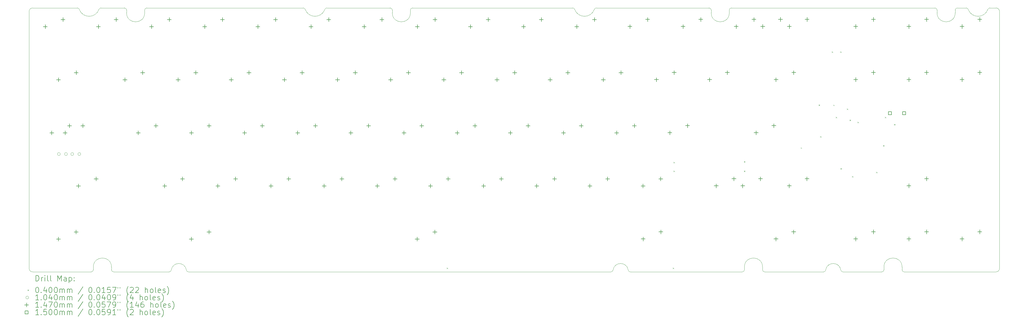
<source format=gbr>
%FSLAX45Y45*%
G04 Gerber Fmt 4.5, Leading zero omitted, Abs format (unit mm)*
G04 Created by KiCad (PCBNEW (5.99.0-12118-g897269f33f)) date 2021-10-27 19:42:26*
%MOMM*%
%LPD*%
G01*
G04 APERTURE LIST*
%TA.AperFunction,Profile*%
%ADD10C,0.100000*%
%TD*%
%ADD11C,0.200000*%
%ADD12C,0.040000*%
%ADD13C,0.104000*%
%ADD14C,0.147000*%
%ADD15C,0.150000*%
G04 APERTURE END LIST*
D10*
X495035Y-5428477D02*
G75*
G02*
X565762Y-5378430I70727J-24953D01*
G01*
X8591434Y-5428477D02*
G75*
G02*
X8662161Y-5378430I70727J-24953D01*
G01*
X24278125Y-14673429D02*
X24278125Y-14773429D01*
X32771300Y-14723429D02*
X32771300Y-5503430D01*
X29353750Y-14848429D02*
X32646300Y-14848429D01*
X18250518Y-5428477D02*
G75*
G02*
X18321246Y-5378430I70727J-24953D01*
G01*
X3702604Y-14848429D02*
G75*
G02*
X3628312Y-14783707I0J75000D01*
G01*
X1016875Y-14848429D02*
X3009445Y-14848429D01*
X27158937Y-14848477D02*
X28553750Y-14848429D01*
X291875Y-14773429D02*
G75*
G02*
X216875Y-14848429I-75000J0D01*
G01*
X-283010Y-5378430D02*
G75*
G02*
X-212282Y-5428477I0J-75000D01*
G01*
X26540067Y-14783756D02*
G75*
G02*
X27084642Y-14783756I272287J-37672D01*
G01*
X6274756Y-14848428D02*
X18295303Y-14848429D01*
X495034Y-5428477D02*
G75*
G02*
X-212282Y-5428477I-353658J124770D01*
G01*
X32355301Y-5428477D02*
G75*
G02*
X31647984Y-5428477I-353659J124770D01*
G01*
X-2010000Y-5503430D02*
X-2010000Y-14723429D01*
X941875Y-14673429D02*
X941875Y-14773429D01*
X29278750Y-14673429D02*
X29278750Y-14773429D01*
X7813389Y-5378430D02*
X2207500Y-5378430D01*
X1407500Y-5378430D02*
G75*
G02*
X1482500Y-5453430I0J-75000D01*
G01*
X1482500Y-5553430D02*
X1482500Y-5453430D01*
X-283010Y-5378430D02*
X-1885000Y-5378430D01*
X291875Y-14773429D02*
X291875Y-14673429D01*
X31183750Y-5453430D02*
X31183750Y-5553430D01*
X11657500Y-5553430D02*
G75*
G02*
X11007500Y-5553430I-325000J0D01*
G01*
X23628125Y-14773429D02*
X23628125Y-14673429D01*
X291875Y-14673429D02*
G75*
G02*
X941875Y-14673429I325000J0D01*
G01*
X23628125Y-14673429D02*
G75*
G02*
X24278125Y-14673429I325000J0D01*
G01*
X26540067Y-14783757D02*
G75*
G02*
X26465773Y-14848478I-74292J10279D01*
G01*
X-1885000Y-14848429D02*
G75*
G02*
X-2010000Y-14723429I0J125000D01*
G01*
X-2010000Y-5503430D02*
G75*
G02*
X-1885000Y-5378430I125000J0D01*
G01*
X31577257Y-5378430D02*
X31258750Y-5378430D01*
X19537883Y-14848301D02*
G75*
G02*
X19463592Y-14783579I2J75000D01*
G01*
X17472474Y-5378430D02*
G75*
G02*
X17543201Y-5428477I0J-75000D01*
G01*
X1016875Y-14848429D02*
G75*
G02*
X941875Y-14773429I0J75000D01*
G01*
X28628750Y-14773429D02*
X28628750Y-14673429D01*
X24353123Y-14848429D02*
X26465773Y-14848478D01*
X2132500Y-5453430D02*
X2132500Y-5553430D01*
X30458750Y-5378430D02*
X23162500Y-5378430D01*
X2132500Y-5453430D02*
G75*
G02*
X2207500Y-5378430I75000J0D01*
G01*
X24353123Y-14848429D02*
G75*
G02*
X24278125Y-14773429I2J75000D01*
G01*
X27158937Y-14848477D02*
G75*
G02*
X27084642Y-14783756I-3J75000D01*
G01*
X22362500Y-5378430D02*
G75*
G02*
X22437500Y-5453430I0J-75000D01*
G01*
X7813389Y-5378430D02*
G75*
G02*
X7884116Y-5428477I0J-75000D01*
G01*
X18919016Y-14783589D02*
G75*
G02*
X18844739Y-14848314I-74293J10275D01*
G01*
X30458750Y-5378430D02*
G75*
G02*
X30533750Y-5453430I0J-75000D01*
G01*
X17472474Y-5378430D02*
X11732500Y-5378430D01*
X30533750Y-5553430D02*
X30533750Y-5453430D01*
X23087500Y-5453430D02*
X23087500Y-5553430D01*
X32355302Y-5428477D02*
G75*
G02*
X32426029Y-5378430I70727J-24953D01*
G01*
X29353750Y-14848429D02*
G75*
G02*
X29278750Y-14773429I0J75000D01*
G01*
X31183750Y-5553430D02*
G75*
G02*
X30533750Y-5553430I-325000J0D01*
G01*
X-1885000Y-14848429D02*
X216875Y-14848429D01*
X3083737Y-14783707D02*
G75*
G02*
X3009445Y-14848429I-74292J10278D01*
G01*
X23087500Y-5553430D02*
G75*
G02*
X22437500Y-5553430I-325000J0D01*
G01*
X23087500Y-5453430D02*
G75*
G02*
X23162500Y-5378430I75000J0D01*
G01*
X22437500Y-5553430D02*
X22437500Y-5453430D01*
X8591433Y-5428477D02*
G75*
G02*
X7884116Y-5428477I-353658J124770D01*
G01*
X1407500Y-5378430D02*
X565762Y-5378430D01*
X10932500Y-5378430D02*
X8662161Y-5378430D01*
X11657500Y-5453430D02*
G75*
G02*
X11732500Y-5378430I75000J0D01*
G01*
X32646300Y-5378430D02*
G75*
G02*
X32771300Y-5503430I0J-125000D01*
G01*
X2132500Y-5553430D02*
G75*
G02*
X1482500Y-5553430I-325000J0D01*
G01*
X23628125Y-14773429D02*
G75*
G02*
X23553125Y-14848429I-75000J0D01*
G01*
X3083737Y-14783707D02*
G75*
G02*
X3628312Y-14783707I272288J-37670D01*
G01*
X18295303Y-14848429D02*
X18844739Y-14848314D01*
X28628750Y-14673429D02*
G75*
G02*
X29278750Y-14673429I325000J0D01*
G01*
X28628750Y-14773429D02*
G75*
G02*
X28553750Y-14848429I-75000J0D01*
G01*
X32646300Y-5378430D02*
X32426029Y-5378430D01*
X18919016Y-14783589D02*
G75*
G02*
X19463592Y-14783579I272289J-37658D01*
G01*
X32771300Y-14723429D02*
G75*
G02*
X32646300Y-14848429I-125000J0D01*
G01*
X31183750Y-5453430D02*
G75*
G02*
X31258750Y-5378430I75000J0D01*
G01*
X18250518Y-5428477D02*
G75*
G02*
X17543201Y-5428477I-353659J124770D01*
G01*
X10932500Y-5378430D02*
G75*
G02*
X11007500Y-5453430I0J-75000D01*
G01*
X19537883Y-14848301D02*
X23553125Y-14848429D01*
X3702604Y-14848429D02*
X6274756Y-14848428D01*
X22362500Y-5378430D02*
X18321246Y-5378430D01*
X31577257Y-5378430D02*
G75*
G02*
X31647984Y-5428477I0J-75000D01*
G01*
X11007500Y-5553430D02*
X11007500Y-5453430D01*
X11657500Y-5453430D02*
X11657500Y-5553430D01*
D11*
D12*
X12959400Y-14699300D02*
X12999400Y-14739300D01*
X12999400Y-14699300D02*
X12959400Y-14739300D01*
X21062000Y-14699300D02*
X21102000Y-14739300D01*
X21102000Y-14699300D02*
X21062000Y-14739300D01*
X21087400Y-10902000D02*
X21127400Y-10942000D01*
X21127400Y-10902000D02*
X21087400Y-10942000D01*
X21087400Y-11219500D02*
X21127400Y-11259500D01*
X21127400Y-11219500D02*
X21087400Y-11259500D01*
X23614700Y-10876600D02*
X23654700Y-10916600D01*
X23654700Y-10876600D02*
X23614700Y-10916600D01*
X23614700Y-11219500D02*
X23654700Y-11259500D01*
X23654700Y-11219500D02*
X23614700Y-11259500D01*
X25645998Y-10382002D02*
X25685998Y-10422002D01*
X25685998Y-10382002D02*
X25645998Y-10422002D01*
X26290098Y-8847500D02*
X26330098Y-8887500D01*
X26330098Y-8847500D02*
X26290098Y-8887500D01*
X26342500Y-9980000D02*
X26382500Y-10020000D01*
X26382500Y-9980000D02*
X26342500Y-10020000D01*
X26761042Y-6942500D02*
X26801042Y-6982500D01*
X26801042Y-6942500D02*
X26761042Y-6982500D01*
X26813261Y-8850000D02*
X26853261Y-8890000D01*
X26853261Y-8850000D02*
X26813261Y-8890000D01*
X26902500Y-9287500D02*
X26942500Y-9327500D01*
X26942500Y-9287500D02*
X26902500Y-9327500D01*
X27062046Y-6942500D02*
X27102046Y-6982500D01*
X27102046Y-6942500D02*
X27062046Y-6982500D01*
X27072350Y-11127350D02*
X27112350Y-11167350D01*
X27112350Y-11127350D02*
X27072350Y-11167350D01*
X27300000Y-8990000D02*
X27340000Y-9030000D01*
X27340000Y-8990000D02*
X27300000Y-9030000D01*
X27399300Y-9390700D02*
X27439300Y-9430700D01*
X27439300Y-9390700D02*
X27399300Y-9430700D01*
X27490000Y-11410000D02*
X27530000Y-11450000D01*
X27530000Y-11410000D02*
X27490000Y-11450000D01*
X27682888Y-9465389D02*
X27722888Y-9505389D01*
X27722888Y-9465389D02*
X27682888Y-9505389D01*
X28351800Y-11257600D02*
X28391800Y-11297600D01*
X28391800Y-11257600D02*
X28351800Y-11297600D01*
X28600000Y-10300000D02*
X28640000Y-10340000D01*
X28640000Y-10300000D02*
X28600000Y-10340000D01*
X28665000Y-9285000D02*
X28705000Y-9325000D01*
X28705000Y-9285000D02*
X28665000Y-9325000D01*
X28992500Y-9545000D02*
X29032500Y-9585000D01*
X29032500Y-9545000D02*
X28992500Y-9585000D01*
D13*
X-890000Y-10620500D02*
G75*
G03*
X-890000Y-10620500I-52000J0D01*
G01*
X-636000Y-10620500D02*
G75*
G03*
X-636000Y-10620500I-52000J0D01*
G01*
X-412500Y-10620500D02*
G75*
G03*
X-412500Y-10620500I-52000J0D01*
G01*
X-158500Y-10620500D02*
G75*
G03*
X-158500Y-10620500I-52000J0D01*
G01*
D14*
X-1431000Y-5975000D02*
X-1431000Y-6122000D01*
X-1504500Y-6048500D02*
X-1357500Y-6048500D01*
X-1196000Y-9785000D02*
X-1196000Y-9932000D01*
X-1269500Y-9858500D02*
X-1122500Y-9858500D01*
X-958500Y-13595000D02*
X-958500Y-13742000D01*
X-1032000Y-13668500D02*
X-885000Y-13668500D01*
X-956000Y-7880000D02*
X-956000Y-8027000D01*
X-1029500Y-7953500D02*
X-882500Y-7953500D01*
X-796000Y-5721000D02*
X-796000Y-5868000D01*
X-869500Y-5794500D02*
X-722500Y-5794500D01*
X-718500Y-9785000D02*
X-718500Y-9932000D01*
X-792000Y-9858500D02*
X-645000Y-9858500D01*
X-561000Y-9531000D02*
X-561000Y-9678000D01*
X-634500Y-9604500D02*
X-487500Y-9604500D01*
X-323500Y-13341000D02*
X-323500Y-13488000D01*
X-397000Y-13414500D02*
X-250000Y-13414500D01*
X-321000Y-7626000D02*
X-321000Y-7773000D01*
X-394500Y-7699500D02*
X-247500Y-7699500D01*
X-243500Y-11690000D02*
X-243500Y-11837000D01*
X-317000Y-11763500D02*
X-170000Y-11763500D01*
X-83500Y-9531000D02*
X-83500Y-9678000D01*
X-157000Y-9604500D02*
X-10000Y-9604500D01*
X391500Y-11436000D02*
X391500Y-11583000D01*
X318000Y-11509500D02*
X465000Y-11509500D01*
X474000Y-5975000D02*
X474000Y-6122000D01*
X400500Y-6048500D02*
X547500Y-6048500D01*
X1109000Y-5721000D02*
X1109000Y-5868000D01*
X1035500Y-5794500D02*
X1182500Y-5794500D01*
X1426500Y-7880000D02*
X1426500Y-8027000D01*
X1353000Y-7953500D02*
X1500000Y-7953500D01*
X1901500Y-9785000D02*
X1901500Y-9932000D01*
X1828000Y-9858500D02*
X1975000Y-9858500D01*
X2061500Y-7626000D02*
X2061500Y-7773000D01*
X1988000Y-7699500D02*
X2135000Y-7699500D01*
X2379000Y-5975000D02*
X2379000Y-6122000D01*
X2305500Y-6048500D02*
X2452500Y-6048500D01*
X2536500Y-9531000D02*
X2536500Y-9678000D01*
X2463000Y-9604500D02*
X2610000Y-9604500D01*
X2851500Y-11690000D02*
X2851500Y-11837000D01*
X2778000Y-11763500D02*
X2925000Y-11763500D01*
X3014000Y-5721000D02*
X3014000Y-5868000D01*
X2940500Y-5794500D02*
X3087500Y-5794500D01*
X3331500Y-7880000D02*
X3331500Y-8027000D01*
X3258000Y-7953500D02*
X3405000Y-7953500D01*
X3486500Y-11436000D02*
X3486500Y-11583000D01*
X3413000Y-11509500D02*
X3560000Y-11509500D01*
X3804000Y-13595000D02*
X3804000Y-13742000D01*
X3730500Y-13668500D02*
X3877500Y-13668500D01*
X3806500Y-9785000D02*
X3806500Y-9932000D01*
X3733000Y-9858500D02*
X3880000Y-9858500D01*
X3966500Y-7626000D02*
X3966500Y-7773000D01*
X3893000Y-7699500D02*
X4040000Y-7699500D01*
X4284000Y-5975000D02*
X4284000Y-6122000D01*
X4210500Y-6048500D02*
X4357500Y-6048500D01*
X4439000Y-13341000D02*
X4439000Y-13488000D01*
X4365500Y-13414500D02*
X4512500Y-13414500D01*
X4441500Y-9531000D02*
X4441500Y-9678000D01*
X4368000Y-9604500D02*
X4515000Y-9604500D01*
X4756500Y-11690000D02*
X4756500Y-11837000D01*
X4683000Y-11763500D02*
X4830000Y-11763500D01*
X4919000Y-5721000D02*
X4919000Y-5868000D01*
X4845500Y-5794500D02*
X4992500Y-5794500D01*
X5236500Y-7880000D02*
X5236500Y-8027000D01*
X5163000Y-7953500D02*
X5310000Y-7953500D01*
X5391500Y-11436000D02*
X5391500Y-11583000D01*
X5318000Y-11509500D02*
X5465000Y-11509500D01*
X5711500Y-9785000D02*
X5711500Y-9932000D01*
X5638000Y-9858500D02*
X5785000Y-9858500D01*
X5871500Y-7626000D02*
X5871500Y-7773000D01*
X5798000Y-7699500D02*
X5945000Y-7699500D01*
X6189000Y-5975000D02*
X6189000Y-6122000D01*
X6115500Y-6048500D02*
X6262500Y-6048500D01*
X6346500Y-9531000D02*
X6346500Y-9678000D01*
X6273000Y-9604500D02*
X6420000Y-9604500D01*
X6661500Y-11690000D02*
X6661500Y-11837000D01*
X6588000Y-11763500D02*
X6735000Y-11763500D01*
X6824000Y-5721000D02*
X6824000Y-5868000D01*
X6750500Y-5794500D02*
X6897500Y-5794500D01*
X7141500Y-7880000D02*
X7141500Y-8027000D01*
X7068000Y-7953500D02*
X7215000Y-7953500D01*
X7296500Y-11436000D02*
X7296500Y-11583000D01*
X7223000Y-11509500D02*
X7370000Y-11509500D01*
X7616500Y-9785000D02*
X7616500Y-9932000D01*
X7543000Y-9858500D02*
X7690000Y-9858500D01*
X7776500Y-7626000D02*
X7776500Y-7773000D01*
X7703000Y-7699500D02*
X7850000Y-7699500D01*
X8094000Y-5975000D02*
X8094000Y-6122000D01*
X8020500Y-6048500D02*
X8167500Y-6048500D01*
X8251500Y-9531000D02*
X8251500Y-9678000D01*
X8178000Y-9604500D02*
X8325000Y-9604500D01*
X8566500Y-11690000D02*
X8566500Y-11837000D01*
X8493000Y-11763500D02*
X8640000Y-11763500D01*
X8729000Y-5721000D02*
X8729000Y-5868000D01*
X8655500Y-5794500D02*
X8802500Y-5794500D01*
X9046500Y-7880000D02*
X9046500Y-8027000D01*
X8973000Y-7953500D02*
X9120000Y-7953500D01*
X9201500Y-11436000D02*
X9201500Y-11583000D01*
X9128000Y-11509500D02*
X9275000Y-11509500D01*
X9521500Y-9785000D02*
X9521500Y-9932000D01*
X9448000Y-9858500D02*
X9595000Y-9858500D01*
X9681500Y-7626000D02*
X9681500Y-7773000D01*
X9608000Y-7699500D02*
X9755000Y-7699500D01*
X9999000Y-5975000D02*
X9999000Y-6122000D01*
X9925500Y-6048500D02*
X10072500Y-6048500D01*
X10156500Y-9531000D02*
X10156500Y-9678000D01*
X10083000Y-9604500D02*
X10230000Y-9604500D01*
X10471500Y-11690000D02*
X10471500Y-11837000D01*
X10398000Y-11763500D02*
X10545000Y-11763500D01*
X10634000Y-5721000D02*
X10634000Y-5868000D01*
X10560500Y-5794500D02*
X10707500Y-5794500D01*
X10951500Y-7880000D02*
X10951500Y-8027000D01*
X10878000Y-7953500D02*
X11025000Y-7953500D01*
X11106500Y-11436000D02*
X11106500Y-11583000D01*
X11033000Y-11509500D02*
X11180000Y-11509500D01*
X11426500Y-9785000D02*
X11426500Y-9932000D01*
X11353000Y-9858500D02*
X11500000Y-9858500D01*
X11586500Y-7626000D02*
X11586500Y-7773000D01*
X11513000Y-7699500D02*
X11660000Y-7699500D01*
X11900250Y-13595000D02*
X11900250Y-13742000D01*
X11826750Y-13668500D02*
X11973750Y-13668500D01*
X11904000Y-5975000D02*
X11904000Y-6122000D01*
X11830500Y-6048500D02*
X11977500Y-6048500D01*
X12061500Y-9531000D02*
X12061500Y-9678000D01*
X11988000Y-9604500D02*
X12135000Y-9604500D01*
X12376500Y-11690000D02*
X12376500Y-11837000D01*
X12303000Y-11763500D02*
X12450000Y-11763500D01*
X12535250Y-13341000D02*
X12535250Y-13488000D01*
X12461750Y-13414500D02*
X12608750Y-13414500D01*
X12539000Y-5721000D02*
X12539000Y-5868000D01*
X12465500Y-5794500D02*
X12612500Y-5794500D01*
X12856500Y-7880000D02*
X12856500Y-8027000D01*
X12783000Y-7953500D02*
X12930000Y-7953500D01*
X13011500Y-11436000D02*
X13011500Y-11583000D01*
X12938000Y-11509500D02*
X13085000Y-11509500D01*
X13334000Y-9785000D02*
X13334000Y-9932000D01*
X13260500Y-9858500D02*
X13407500Y-9858500D01*
X13491500Y-7626000D02*
X13491500Y-7773000D01*
X13418000Y-7699500D02*
X13565000Y-7699500D01*
X13809000Y-5975000D02*
X13809000Y-6122000D01*
X13735500Y-6048500D02*
X13882500Y-6048500D01*
X13969000Y-9531000D02*
X13969000Y-9678000D01*
X13895500Y-9604500D02*
X14042500Y-9604500D01*
X14281500Y-11690000D02*
X14281500Y-11837000D01*
X14208000Y-11763500D02*
X14355000Y-11763500D01*
X14444000Y-5721000D02*
X14444000Y-5868000D01*
X14370500Y-5794500D02*
X14517500Y-5794500D01*
X14761500Y-7880000D02*
X14761500Y-8027000D01*
X14688000Y-7953500D02*
X14835000Y-7953500D01*
X14916500Y-11436000D02*
X14916500Y-11583000D01*
X14843000Y-11509500D02*
X14990000Y-11509500D01*
X15239000Y-9785000D02*
X15239000Y-9932000D01*
X15165500Y-9858500D02*
X15312500Y-9858500D01*
X15396500Y-7626000D02*
X15396500Y-7773000D01*
X15323000Y-7699500D02*
X15470000Y-7699500D01*
X15714000Y-5975000D02*
X15714000Y-6122000D01*
X15640500Y-6048500D02*
X15787500Y-6048500D01*
X15874000Y-9531000D02*
X15874000Y-9678000D01*
X15800500Y-9604500D02*
X15947500Y-9604500D01*
X16186500Y-11690000D02*
X16186500Y-11837000D01*
X16113000Y-11763500D02*
X16260000Y-11763500D01*
X16349000Y-5721000D02*
X16349000Y-5868000D01*
X16275500Y-5794500D02*
X16422500Y-5794500D01*
X16666500Y-7880000D02*
X16666500Y-8027000D01*
X16593000Y-7953500D02*
X16740000Y-7953500D01*
X16821500Y-11436000D02*
X16821500Y-11583000D01*
X16748000Y-11509500D02*
X16895000Y-11509500D01*
X17144000Y-9785000D02*
X17144000Y-9932000D01*
X17070500Y-9858500D02*
X17217500Y-9858500D01*
X17301500Y-7626000D02*
X17301500Y-7773000D01*
X17228000Y-7699500D02*
X17375000Y-7699500D01*
X17619000Y-5975000D02*
X17619000Y-6122000D01*
X17545500Y-6048500D02*
X17692500Y-6048500D01*
X17779000Y-9531000D02*
X17779000Y-9678000D01*
X17705500Y-9604500D02*
X17852500Y-9604500D01*
X18091500Y-11690000D02*
X18091500Y-11837000D01*
X18018000Y-11763500D02*
X18165000Y-11763500D01*
X18254000Y-5721000D02*
X18254000Y-5868000D01*
X18180500Y-5794500D02*
X18327500Y-5794500D01*
X18571500Y-7880000D02*
X18571500Y-8027000D01*
X18498000Y-7953500D02*
X18645000Y-7953500D01*
X18726500Y-11436000D02*
X18726500Y-11583000D01*
X18653000Y-11509500D02*
X18800000Y-11509500D01*
X19049000Y-9785000D02*
X19049000Y-9932000D01*
X18975500Y-9858500D02*
X19122500Y-9858500D01*
X19206500Y-7626000D02*
X19206500Y-7773000D01*
X19133000Y-7699500D02*
X19280000Y-7699500D01*
X19524000Y-5972500D02*
X19524000Y-6119500D01*
X19450500Y-6046000D02*
X19597500Y-6046000D01*
X19684000Y-9531000D02*
X19684000Y-9678000D01*
X19610500Y-9604500D02*
X19757500Y-9604500D01*
X19996500Y-11690000D02*
X19996500Y-11837000D01*
X19923000Y-11763500D02*
X20070000Y-11763500D01*
X19997713Y-13592500D02*
X19997713Y-13739500D01*
X19924213Y-13666000D02*
X20071213Y-13666000D01*
X20159000Y-5718500D02*
X20159000Y-5865500D01*
X20085500Y-5792000D02*
X20232500Y-5792000D01*
X20476500Y-7877500D02*
X20476500Y-8024500D01*
X20403000Y-7951000D02*
X20550000Y-7951000D01*
X20631500Y-11436000D02*
X20631500Y-11583000D01*
X20558000Y-11509500D02*
X20705000Y-11509500D01*
X20632713Y-13338500D02*
X20632713Y-13485500D01*
X20559213Y-13412000D02*
X20706213Y-13412000D01*
X20954000Y-9782500D02*
X20954000Y-9929500D01*
X20880500Y-9856000D02*
X21027500Y-9856000D01*
X21111500Y-7623500D02*
X21111500Y-7770500D01*
X21038000Y-7697000D02*
X21185000Y-7697000D01*
X21429000Y-5972500D02*
X21429000Y-6119500D01*
X21355500Y-6046000D02*
X21502500Y-6046000D01*
X21589000Y-9528500D02*
X21589000Y-9675500D01*
X21515500Y-9602000D02*
X21662500Y-9602000D01*
X22064000Y-5718500D02*
X22064000Y-5865500D01*
X21990500Y-5792000D02*
X22137500Y-5792000D01*
X22381500Y-7877500D02*
X22381500Y-8024500D01*
X22308000Y-7951000D02*
X22455000Y-7951000D01*
X22616500Y-11687500D02*
X22616500Y-11834500D01*
X22543000Y-11761000D02*
X22690000Y-11761000D01*
X23016500Y-7623500D02*
X23016500Y-7770500D01*
X22943000Y-7697000D02*
X23090000Y-7697000D01*
X23251500Y-11433500D02*
X23251500Y-11580500D01*
X23178000Y-11507000D02*
X23325000Y-11507000D01*
X23334000Y-5972500D02*
X23334000Y-6119500D01*
X23260500Y-6046000D02*
X23407500Y-6046000D01*
X23569000Y-11687500D02*
X23569000Y-11834500D01*
X23495500Y-11761000D02*
X23642500Y-11761000D01*
X23969000Y-5718500D02*
X23969000Y-5865500D01*
X23895500Y-5792000D02*
X24042500Y-5792000D01*
X24049000Y-9782500D02*
X24049000Y-9929500D01*
X23975500Y-9856000D02*
X24122500Y-9856000D01*
X24204000Y-11433500D02*
X24204000Y-11580500D01*
X24130500Y-11507000D02*
X24277500Y-11507000D01*
X24286500Y-5970000D02*
X24286500Y-6117000D01*
X24213000Y-6043500D02*
X24360000Y-6043500D01*
X24684000Y-9528500D02*
X24684000Y-9675500D01*
X24610500Y-9602000D02*
X24757500Y-9602000D01*
X24760212Y-13592500D02*
X24760212Y-13739500D01*
X24686712Y-13666000D02*
X24833712Y-13666000D01*
X24761500Y-7877500D02*
X24761500Y-8024500D01*
X24688000Y-7951000D02*
X24835000Y-7951000D01*
X24921500Y-5716000D02*
X24921500Y-5863000D01*
X24848000Y-5789500D02*
X24995000Y-5789500D01*
X25236500Y-11687500D02*
X25236500Y-11834500D01*
X25163000Y-11761000D02*
X25310000Y-11761000D01*
X25239000Y-5970000D02*
X25239000Y-6117000D01*
X25165500Y-6043500D02*
X25312500Y-6043500D01*
X25395212Y-13338500D02*
X25395212Y-13485500D01*
X25321712Y-13412000D02*
X25468712Y-13412000D01*
X25396500Y-7623500D02*
X25396500Y-7770500D01*
X25323000Y-7697000D02*
X25470000Y-7697000D01*
X25871500Y-11433500D02*
X25871500Y-11580500D01*
X25798000Y-11507000D02*
X25945000Y-11507000D01*
X25874000Y-5716000D02*
X25874000Y-5863000D01*
X25800500Y-5789500D02*
X25947500Y-5789500D01*
X27619000Y-5970000D02*
X27619000Y-6117000D01*
X27545500Y-6043500D02*
X27692500Y-6043500D01*
X27619000Y-7875000D02*
X27619000Y-8022000D01*
X27545500Y-7948500D02*
X27692500Y-7948500D01*
X27619000Y-13590000D02*
X27619000Y-13737000D01*
X27545500Y-13663500D02*
X27692500Y-13663500D01*
X28254000Y-5716000D02*
X28254000Y-5863000D01*
X28180500Y-5789500D02*
X28327500Y-5789500D01*
X28254000Y-7621000D02*
X28254000Y-7768000D01*
X28180500Y-7694500D02*
X28327500Y-7694500D01*
X28254000Y-13336000D02*
X28254000Y-13483000D01*
X28180500Y-13409500D02*
X28327500Y-13409500D01*
X29524000Y-5970000D02*
X29524000Y-6117000D01*
X29450500Y-6043500D02*
X29597500Y-6043500D01*
X29524000Y-7875000D02*
X29524000Y-8022000D01*
X29450500Y-7948500D02*
X29597500Y-7948500D01*
X29524000Y-11685000D02*
X29524000Y-11832000D01*
X29450500Y-11758500D02*
X29597500Y-11758500D01*
X29524000Y-13590000D02*
X29524000Y-13737000D01*
X29450500Y-13663500D02*
X29597500Y-13663500D01*
X30159000Y-5716000D02*
X30159000Y-5863000D01*
X30085500Y-5789500D02*
X30232500Y-5789500D01*
X30159000Y-7621000D02*
X30159000Y-7768000D01*
X30085500Y-7694500D02*
X30232500Y-7694500D01*
X30159000Y-11431000D02*
X30159000Y-11578000D01*
X30085500Y-11504500D02*
X30232500Y-11504500D01*
X30159000Y-13336000D02*
X30159000Y-13483000D01*
X30085500Y-13409500D02*
X30232500Y-13409500D01*
X31429000Y-5970000D02*
X31429000Y-6117000D01*
X31355500Y-6043500D02*
X31502500Y-6043500D01*
X31429000Y-7875000D02*
X31429000Y-8022000D01*
X31355500Y-7948500D02*
X31502500Y-7948500D01*
X31429000Y-13590000D02*
X31429000Y-13737000D01*
X31355500Y-13663500D02*
X31502500Y-13663500D01*
X32064000Y-5716000D02*
X32064000Y-5863000D01*
X31990500Y-5789500D02*
X32137500Y-5789500D01*
X32064000Y-7621000D02*
X32064000Y-7768000D01*
X31990500Y-7694500D02*
X32137500Y-7694500D01*
X32064000Y-13336000D02*
X32064000Y-13483000D01*
X31990500Y-13409500D02*
X32137500Y-13409500D01*
D15*
X28899033Y-9205534D02*
X28899033Y-9099467D01*
X28792966Y-9099467D01*
X28792966Y-9205534D01*
X28899033Y-9205534D01*
X29407033Y-9205534D02*
X29407033Y-9099467D01*
X29300966Y-9099467D01*
X29300966Y-9205534D01*
X29407033Y-9205534D01*
D11*
X-1767381Y-15173954D02*
X-1767381Y-14973954D01*
X-1719762Y-14973954D01*
X-1691190Y-14983478D01*
X-1672143Y-15002526D01*
X-1662619Y-15021573D01*
X-1653095Y-15059668D01*
X-1653095Y-15088240D01*
X-1662619Y-15126335D01*
X-1672143Y-15145383D01*
X-1691190Y-15164430D01*
X-1719762Y-15173954D01*
X-1767381Y-15173954D01*
X-1567381Y-15173954D02*
X-1567381Y-15040621D01*
X-1567381Y-15078716D02*
X-1557857Y-15059668D01*
X-1548333Y-15050145D01*
X-1529286Y-15040621D01*
X-1510238Y-15040621D01*
X-1443571Y-15173954D02*
X-1443571Y-15040621D01*
X-1443571Y-14973954D02*
X-1453095Y-14983478D01*
X-1443571Y-14993002D01*
X-1434048Y-14983478D01*
X-1443571Y-14973954D01*
X-1443571Y-14993002D01*
X-1319762Y-15173954D02*
X-1338810Y-15164430D01*
X-1348333Y-15145383D01*
X-1348333Y-14973954D01*
X-1215000Y-15173954D02*
X-1234048Y-15164430D01*
X-1243571Y-15145383D01*
X-1243571Y-14973954D01*
X-986428Y-15173954D02*
X-986428Y-14973954D01*
X-919762Y-15116811D01*
X-853095Y-14973954D01*
X-853095Y-15173954D01*
X-672143Y-15173954D02*
X-672143Y-15069192D01*
X-681667Y-15050145D01*
X-700714Y-15040621D01*
X-738809Y-15040621D01*
X-757857Y-15050145D01*
X-672143Y-15164430D02*
X-691190Y-15173954D01*
X-738809Y-15173954D01*
X-757857Y-15164430D01*
X-767381Y-15145383D01*
X-767381Y-15126335D01*
X-757857Y-15107288D01*
X-738809Y-15097764D01*
X-691190Y-15097764D01*
X-672143Y-15088240D01*
X-576905Y-15040621D02*
X-576905Y-15240621D01*
X-576905Y-15050145D02*
X-557857Y-15040621D01*
X-519762Y-15040621D01*
X-500714Y-15050145D01*
X-491190Y-15059668D01*
X-481667Y-15078716D01*
X-481667Y-15135859D01*
X-491190Y-15154907D01*
X-500714Y-15164430D01*
X-519762Y-15173954D01*
X-557857Y-15173954D01*
X-576905Y-15164430D01*
X-395952Y-15154907D02*
X-386428Y-15164430D01*
X-395952Y-15173954D01*
X-405476Y-15164430D01*
X-395952Y-15154907D01*
X-395952Y-15173954D01*
X-395952Y-15050145D02*
X-386428Y-15059668D01*
X-395952Y-15069192D01*
X-405476Y-15059668D01*
X-395952Y-15050145D01*
X-395952Y-15069192D01*
D12*
X-2065000Y-15483478D02*
X-2025000Y-15523478D01*
X-2025000Y-15483478D02*
X-2065000Y-15523478D01*
D11*
X-1729286Y-15393954D02*
X-1710238Y-15393954D01*
X-1691190Y-15403478D01*
X-1681667Y-15413002D01*
X-1672143Y-15432049D01*
X-1662619Y-15470145D01*
X-1662619Y-15517764D01*
X-1672143Y-15555859D01*
X-1681667Y-15574907D01*
X-1691190Y-15584430D01*
X-1710238Y-15593954D01*
X-1729286Y-15593954D01*
X-1748333Y-15584430D01*
X-1757857Y-15574907D01*
X-1767381Y-15555859D01*
X-1776905Y-15517764D01*
X-1776905Y-15470145D01*
X-1767381Y-15432049D01*
X-1757857Y-15413002D01*
X-1748333Y-15403478D01*
X-1729286Y-15393954D01*
X-1576905Y-15574907D02*
X-1567381Y-15584430D01*
X-1576905Y-15593954D01*
X-1586428Y-15584430D01*
X-1576905Y-15574907D01*
X-1576905Y-15593954D01*
X-1395952Y-15460621D02*
X-1395952Y-15593954D01*
X-1443571Y-15384430D02*
X-1491190Y-15527288D01*
X-1367381Y-15527288D01*
X-1253095Y-15393954D02*
X-1234048Y-15393954D01*
X-1215000Y-15403478D01*
X-1205476Y-15413002D01*
X-1195952Y-15432049D01*
X-1186429Y-15470145D01*
X-1186429Y-15517764D01*
X-1195952Y-15555859D01*
X-1205476Y-15574907D01*
X-1215000Y-15584430D01*
X-1234048Y-15593954D01*
X-1253095Y-15593954D01*
X-1272143Y-15584430D01*
X-1281667Y-15574907D01*
X-1291190Y-15555859D01*
X-1300714Y-15517764D01*
X-1300714Y-15470145D01*
X-1291190Y-15432049D01*
X-1281667Y-15413002D01*
X-1272143Y-15403478D01*
X-1253095Y-15393954D01*
X-1062619Y-15393954D02*
X-1043571Y-15393954D01*
X-1024524Y-15403478D01*
X-1015000Y-15413002D01*
X-1005476Y-15432049D01*
X-995952Y-15470145D01*
X-995952Y-15517764D01*
X-1005476Y-15555859D01*
X-1015000Y-15574907D01*
X-1024524Y-15584430D01*
X-1043571Y-15593954D01*
X-1062619Y-15593954D01*
X-1081667Y-15584430D01*
X-1091190Y-15574907D01*
X-1100714Y-15555859D01*
X-1110238Y-15517764D01*
X-1110238Y-15470145D01*
X-1100714Y-15432049D01*
X-1091190Y-15413002D01*
X-1081667Y-15403478D01*
X-1062619Y-15393954D01*
X-910238Y-15593954D02*
X-910238Y-15460621D01*
X-910238Y-15479668D02*
X-900714Y-15470145D01*
X-881667Y-15460621D01*
X-853095Y-15460621D01*
X-834048Y-15470145D01*
X-824524Y-15489192D01*
X-824524Y-15593954D01*
X-824524Y-15489192D02*
X-815000Y-15470145D01*
X-795952Y-15460621D01*
X-767381Y-15460621D01*
X-748333Y-15470145D01*
X-738809Y-15489192D01*
X-738809Y-15593954D01*
X-643571Y-15593954D02*
X-643571Y-15460621D01*
X-643571Y-15479668D02*
X-634048Y-15470145D01*
X-615000Y-15460621D01*
X-586429Y-15460621D01*
X-567381Y-15470145D01*
X-557857Y-15489192D01*
X-557857Y-15593954D01*
X-557857Y-15489192D02*
X-548333Y-15470145D01*
X-529286Y-15460621D01*
X-500714Y-15460621D01*
X-481667Y-15470145D01*
X-472143Y-15489192D01*
X-472143Y-15593954D01*
X-81667Y-15384430D02*
X-253095Y-15641573D01*
X175476Y-15393954D02*
X194524Y-15393954D01*
X213571Y-15403478D01*
X223095Y-15413002D01*
X232619Y-15432049D01*
X242143Y-15470145D01*
X242143Y-15517764D01*
X232619Y-15555859D01*
X223095Y-15574907D01*
X213571Y-15584430D01*
X194524Y-15593954D01*
X175476Y-15593954D01*
X156429Y-15584430D01*
X146905Y-15574907D01*
X137381Y-15555859D01*
X127857Y-15517764D01*
X127857Y-15470145D01*
X137381Y-15432049D01*
X146905Y-15413002D01*
X156429Y-15403478D01*
X175476Y-15393954D01*
X327857Y-15574907D02*
X337381Y-15584430D01*
X327857Y-15593954D01*
X318333Y-15584430D01*
X327857Y-15574907D01*
X327857Y-15593954D01*
X461190Y-15393954D02*
X480238Y-15393954D01*
X499286Y-15403478D01*
X508809Y-15413002D01*
X518333Y-15432049D01*
X527857Y-15470145D01*
X527857Y-15517764D01*
X518333Y-15555859D01*
X508809Y-15574907D01*
X499286Y-15584430D01*
X480238Y-15593954D01*
X461190Y-15593954D01*
X442143Y-15584430D01*
X432619Y-15574907D01*
X423095Y-15555859D01*
X413571Y-15517764D01*
X413571Y-15470145D01*
X423095Y-15432049D01*
X432619Y-15413002D01*
X442143Y-15403478D01*
X461190Y-15393954D01*
X718333Y-15593954D02*
X604048Y-15593954D01*
X661190Y-15593954D02*
X661190Y-15393954D01*
X642143Y-15422526D01*
X623095Y-15441573D01*
X604048Y-15451097D01*
X899286Y-15393954D02*
X804048Y-15393954D01*
X794524Y-15489192D01*
X804048Y-15479668D01*
X823095Y-15470145D01*
X870714Y-15470145D01*
X889762Y-15479668D01*
X899286Y-15489192D01*
X908809Y-15508240D01*
X908809Y-15555859D01*
X899286Y-15574907D01*
X889762Y-15584430D01*
X870714Y-15593954D01*
X823095Y-15593954D01*
X804048Y-15584430D01*
X794524Y-15574907D01*
X975476Y-15393954D02*
X1108810Y-15393954D01*
X1023095Y-15593954D01*
X1175476Y-15393954D02*
X1175476Y-15432049D01*
X1251667Y-15393954D02*
X1251667Y-15432049D01*
X1546905Y-15670145D02*
X1537381Y-15660621D01*
X1518333Y-15632049D01*
X1508809Y-15613002D01*
X1499286Y-15584430D01*
X1489762Y-15536811D01*
X1489762Y-15498716D01*
X1499286Y-15451097D01*
X1508809Y-15422526D01*
X1518333Y-15403478D01*
X1537381Y-15374907D01*
X1546905Y-15365383D01*
X1613571Y-15413002D02*
X1623095Y-15403478D01*
X1642143Y-15393954D01*
X1689762Y-15393954D01*
X1708809Y-15403478D01*
X1718333Y-15413002D01*
X1727857Y-15432049D01*
X1727857Y-15451097D01*
X1718333Y-15479668D01*
X1604048Y-15593954D01*
X1727857Y-15593954D01*
X1804048Y-15413002D02*
X1813571Y-15403478D01*
X1832619Y-15393954D01*
X1880238Y-15393954D01*
X1899286Y-15403478D01*
X1908809Y-15413002D01*
X1918333Y-15432049D01*
X1918333Y-15451097D01*
X1908809Y-15479668D01*
X1794524Y-15593954D01*
X1918333Y-15593954D01*
X2156429Y-15593954D02*
X2156429Y-15393954D01*
X2242143Y-15593954D02*
X2242143Y-15489192D01*
X2232619Y-15470145D01*
X2213571Y-15460621D01*
X2185000Y-15460621D01*
X2165952Y-15470145D01*
X2156429Y-15479668D01*
X2365952Y-15593954D02*
X2346905Y-15584430D01*
X2337381Y-15574907D01*
X2327857Y-15555859D01*
X2327857Y-15498716D01*
X2337381Y-15479668D01*
X2346905Y-15470145D01*
X2365952Y-15460621D01*
X2394524Y-15460621D01*
X2413571Y-15470145D01*
X2423095Y-15479668D01*
X2432619Y-15498716D01*
X2432619Y-15555859D01*
X2423095Y-15574907D01*
X2413571Y-15584430D01*
X2394524Y-15593954D01*
X2365952Y-15593954D01*
X2546905Y-15593954D02*
X2527857Y-15584430D01*
X2518333Y-15565383D01*
X2518333Y-15393954D01*
X2699286Y-15584430D02*
X2680238Y-15593954D01*
X2642143Y-15593954D01*
X2623095Y-15584430D01*
X2613571Y-15565383D01*
X2613571Y-15489192D01*
X2623095Y-15470145D01*
X2642143Y-15460621D01*
X2680238Y-15460621D01*
X2699286Y-15470145D01*
X2708810Y-15489192D01*
X2708810Y-15508240D01*
X2613571Y-15527288D01*
X2785000Y-15584430D02*
X2804048Y-15593954D01*
X2842143Y-15593954D01*
X2861190Y-15584430D01*
X2870714Y-15565383D01*
X2870714Y-15555859D01*
X2861190Y-15536811D01*
X2842143Y-15527288D01*
X2813571Y-15527288D01*
X2794524Y-15517764D01*
X2785000Y-15498716D01*
X2785000Y-15489192D01*
X2794524Y-15470145D01*
X2813571Y-15460621D01*
X2842143Y-15460621D01*
X2861190Y-15470145D01*
X2937381Y-15670145D02*
X2946905Y-15660621D01*
X2965952Y-15632049D01*
X2975476Y-15613002D01*
X2985000Y-15584430D01*
X2994524Y-15536811D01*
X2994524Y-15498716D01*
X2985000Y-15451097D01*
X2975476Y-15422526D01*
X2965952Y-15403478D01*
X2946905Y-15374907D01*
X2937381Y-15365383D01*
D13*
X-2025000Y-15767478D02*
G75*
G03*
X-2025000Y-15767478I-52000J0D01*
G01*
D11*
X-1662619Y-15857954D02*
X-1776905Y-15857954D01*
X-1719762Y-15857954D02*
X-1719762Y-15657954D01*
X-1738809Y-15686526D01*
X-1757857Y-15705573D01*
X-1776905Y-15715097D01*
X-1576905Y-15838907D02*
X-1567381Y-15848430D01*
X-1576905Y-15857954D01*
X-1586428Y-15848430D01*
X-1576905Y-15838907D01*
X-1576905Y-15857954D01*
X-1443571Y-15657954D02*
X-1424524Y-15657954D01*
X-1405476Y-15667478D01*
X-1395952Y-15677002D01*
X-1386429Y-15696049D01*
X-1376905Y-15734145D01*
X-1376905Y-15781764D01*
X-1386429Y-15819859D01*
X-1395952Y-15838907D01*
X-1405476Y-15848430D01*
X-1424524Y-15857954D01*
X-1443571Y-15857954D01*
X-1462619Y-15848430D01*
X-1472143Y-15838907D01*
X-1481667Y-15819859D01*
X-1491190Y-15781764D01*
X-1491190Y-15734145D01*
X-1481667Y-15696049D01*
X-1472143Y-15677002D01*
X-1462619Y-15667478D01*
X-1443571Y-15657954D01*
X-1205476Y-15724621D02*
X-1205476Y-15857954D01*
X-1253095Y-15648430D02*
X-1300714Y-15791288D01*
X-1176905Y-15791288D01*
X-1062619Y-15657954D02*
X-1043571Y-15657954D01*
X-1024524Y-15667478D01*
X-1015000Y-15677002D01*
X-1005476Y-15696049D01*
X-995952Y-15734145D01*
X-995952Y-15781764D01*
X-1005476Y-15819859D01*
X-1015000Y-15838907D01*
X-1024524Y-15848430D01*
X-1043571Y-15857954D01*
X-1062619Y-15857954D01*
X-1081667Y-15848430D01*
X-1091190Y-15838907D01*
X-1100714Y-15819859D01*
X-1110238Y-15781764D01*
X-1110238Y-15734145D01*
X-1100714Y-15696049D01*
X-1091190Y-15677002D01*
X-1081667Y-15667478D01*
X-1062619Y-15657954D01*
X-910238Y-15857954D02*
X-910238Y-15724621D01*
X-910238Y-15743668D02*
X-900714Y-15734145D01*
X-881667Y-15724621D01*
X-853095Y-15724621D01*
X-834048Y-15734145D01*
X-824524Y-15753192D01*
X-824524Y-15857954D01*
X-824524Y-15753192D02*
X-815000Y-15734145D01*
X-795952Y-15724621D01*
X-767381Y-15724621D01*
X-748333Y-15734145D01*
X-738809Y-15753192D01*
X-738809Y-15857954D01*
X-643571Y-15857954D02*
X-643571Y-15724621D01*
X-643571Y-15743668D02*
X-634048Y-15734145D01*
X-615000Y-15724621D01*
X-586429Y-15724621D01*
X-567381Y-15734145D01*
X-557857Y-15753192D01*
X-557857Y-15857954D01*
X-557857Y-15753192D02*
X-548333Y-15734145D01*
X-529286Y-15724621D01*
X-500714Y-15724621D01*
X-481667Y-15734145D01*
X-472143Y-15753192D01*
X-472143Y-15857954D01*
X-81667Y-15648430D02*
X-253095Y-15905573D01*
X175476Y-15657954D02*
X194524Y-15657954D01*
X213571Y-15667478D01*
X223095Y-15677002D01*
X232619Y-15696049D01*
X242143Y-15734145D01*
X242143Y-15781764D01*
X232619Y-15819859D01*
X223095Y-15838907D01*
X213571Y-15848430D01*
X194524Y-15857954D01*
X175476Y-15857954D01*
X156429Y-15848430D01*
X146905Y-15838907D01*
X137381Y-15819859D01*
X127857Y-15781764D01*
X127857Y-15734145D01*
X137381Y-15696049D01*
X146905Y-15677002D01*
X156429Y-15667478D01*
X175476Y-15657954D01*
X327857Y-15838907D02*
X337381Y-15848430D01*
X327857Y-15857954D01*
X318333Y-15848430D01*
X327857Y-15838907D01*
X327857Y-15857954D01*
X461190Y-15657954D02*
X480238Y-15657954D01*
X499286Y-15667478D01*
X508809Y-15677002D01*
X518333Y-15696049D01*
X527857Y-15734145D01*
X527857Y-15781764D01*
X518333Y-15819859D01*
X508809Y-15838907D01*
X499286Y-15848430D01*
X480238Y-15857954D01*
X461190Y-15857954D01*
X442143Y-15848430D01*
X432619Y-15838907D01*
X423095Y-15819859D01*
X413571Y-15781764D01*
X413571Y-15734145D01*
X423095Y-15696049D01*
X432619Y-15677002D01*
X442143Y-15667478D01*
X461190Y-15657954D01*
X699286Y-15724621D02*
X699286Y-15857954D01*
X651667Y-15648430D02*
X604048Y-15791288D01*
X727857Y-15791288D01*
X842143Y-15657954D02*
X861190Y-15657954D01*
X880238Y-15667478D01*
X889762Y-15677002D01*
X899286Y-15696049D01*
X908809Y-15734145D01*
X908809Y-15781764D01*
X899286Y-15819859D01*
X889762Y-15838907D01*
X880238Y-15848430D01*
X861190Y-15857954D01*
X842143Y-15857954D01*
X823095Y-15848430D01*
X813571Y-15838907D01*
X804048Y-15819859D01*
X794524Y-15781764D01*
X794524Y-15734145D01*
X804048Y-15696049D01*
X813571Y-15677002D01*
X823095Y-15667478D01*
X842143Y-15657954D01*
X1004048Y-15857954D02*
X1042143Y-15857954D01*
X1061190Y-15848430D01*
X1070714Y-15838907D01*
X1089762Y-15810335D01*
X1099286Y-15772240D01*
X1099286Y-15696049D01*
X1089762Y-15677002D01*
X1080238Y-15667478D01*
X1061190Y-15657954D01*
X1023095Y-15657954D01*
X1004048Y-15667478D01*
X994524Y-15677002D01*
X985000Y-15696049D01*
X985000Y-15743668D01*
X994524Y-15762716D01*
X1004048Y-15772240D01*
X1023095Y-15781764D01*
X1061190Y-15781764D01*
X1080238Y-15772240D01*
X1089762Y-15762716D01*
X1099286Y-15743668D01*
X1175476Y-15657954D02*
X1175476Y-15696049D01*
X1251667Y-15657954D02*
X1251667Y-15696049D01*
X1546905Y-15934145D02*
X1537381Y-15924621D01*
X1518333Y-15896049D01*
X1508809Y-15877002D01*
X1499286Y-15848430D01*
X1489762Y-15800811D01*
X1489762Y-15762716D01*
X1499286Y-15715097D01*
X1508809Y-15686526D01*
X1518333Y-15667478D01*
X1537381Y-15638907D01*
X1546905Y-15629383D01*
X1708809Y-15724621D02*
X1708809Y-15857954D01*
X1661190Y-15648430D02*
X1613571Y-15791288D01*
X1737381Y-15791288D01*
X1965952Y-15857954D02*
X1965952Y-15657954D01*
X2051667Y-15857954D02*
X2051667Y-15753192D01*
X2042143Y-15734145D01*
X2023095Y-15724621D01*
X1994524Y-15724621D01*
X1975476Y-15734145D01*
X1965952Y-15743668D01*
X2175476Y-15857954D02*
X2156429Y-15848430D01*
X2146905Y-15838907D01*
X2137381Y-15819859D01*
X2137381Y-15762716D01*
X2146905Y-15743668D01*
X2156429Y-15734145D01*
X2175476Y-15724621D01*
X2204048Y-15724621D01*
X2223095Y-15734145D01*
X2232619Y-15743668D01*
X2242143Y-15762716D01*
X2242143Y-15819859D01*
X2232619Y-15838907D01*
X2223095Y-15848430D01*
X2204048Y-15857954D01*
X2175476Y-15857954D01*
X2356429Y-15857954D02*
X2337381Y-15848430D01*
X2327857Y-15829383D01*
X2327857Y-15657954D01*
X2508810Y-15848430D02*
X2489762Y-15857954D01*
X2451667Y-15857954D01*
X2432619Y-15848430D01*
X2423095Y-15829383D01*
X2423095Y-15753192D01*
X2432619Y-15734145D01*
X2451667Y-15724621D01*
X2489762Y-15724621D01*
X2508810Y-15734145D01*
X2518333Y-15753192D01*
X2518333Y-15772240D01*
X2423095Y-15791288D01*
X2594524Y-15848430D02*
X2613571Y-15857954D01*
X2651667Y-15857954D01*
X2670714Y-15848430D01*
X2680238Y-15829383D01*
X2680238Y-15819859D01*
X2670714Y-15800811D01*
X2651667Y-15791288D01*
X2623095Y-15791288D01*
X2604048Y-15781764D01*
X2594524Y-15762716D01*
X2594524Y-15753192D01*
X2604048Y-15734145D01*
X2623095Y-15724621D01*
X2651667Y-15724621D01*
X2670714Y-15734145D01*
X2746905Y-15934145D02*
X2756429Y-15924621D01*
X2775476Y-15896049D01*
X2785000Y-15877002D01*
X2794524Y-15848430D01*
X2804048Y-15800811D01*
X2804048Y-15762716D01*
X2794524Y-15715097D01*
X2785000Y-15686526D01*
X2775476Y-15667478D01*
X2756429Y-15638907D01*
X2746905Y-15629383D01*
D14*
X-2098500Y-15957978D02*
X-2098500Y-16104978D01*
X-2172000Y-16031478D02*
X-2025000Y-16031478D01*
D11*
X-1662619Y-16121954D02*
X-1776905Y-16121954D01*
X-1719762Y-16121954D02*
X-1719762Y-15921954D01*
X-1738809Y-15950526D01*
X-1757857Y-15969573D01*
X-1776905Y-15979097D01*
X-1576905Y-16102907D02*
X-1567381Y-16112430D01*
X-1576905Y-16121954D01*
X-1586428Y-16112430D01*
X-1576905Y-16102907D01*
X-1576905Y-16121954D01*
X-1395952Y-15988621D02*
X-1395952Y-16121954D01*
X-1443571Y-15912430D02*
X-1491190Y-16055288D01*
X-1367381Y-16055288D01*
X-1310238Y-15921954D02*
X-1176905Y-15921954D01*
X-1262619Y-16121954D01*
X-1062619Y-15921954D02*
X-1043571Y-15921954D01*
X-1024524Y-15931478D01*
X-1015000Y-15941002D01*
X-1005476Y-15960049D01*
X-995952Y-15998145D01*
X-995952Y-16045764D01*
X-1005476Y-16083859D01*
X-1015000Y-16102907D01*
X-1024524Y-16112430D01*
X-1043571Y-16121954D01*
X-1062619Y-16121954D01*
X-1081667Y-16112430D01*
X-1091190Y-16102907D01*
X-1100714Y-16083859D01*
X-1110238Y-16045764D01*
X-1110238Y-15998145D01*
X-1100714Y-15960049D01*
X-1091190Y-15941002D01*
X-1081667Y-15931478D01*
X-1062619Y-15921954D01*
X-910238Y-16121954D02*
X-910238Y-15988621D01*
X-910238Y-16007668D02*
X-900714Y-15998145D01*
X-881667Y-15988621D01*
X-853095Y-15988621D01*
X-834048Y-15998145D01*
X-824524Y-16017192D01*
X-824524Y-16121954D01*
X-824524Y-16017192D02*
X-815000Y-15998145D01*
X-795952Y-15988621D01*
X-767381Y-15988621D01*
X-748333Y-15998145D01*
X-738809Y-16017192D01*
X-738809Y-16121954D01*
X-643571Y-16121954D02*
X-643571Y-15988621D01*
X-643571Y-16007668D02*
X-634048Y-15998145D01*
X-615000Y-15988621D01*
X-586429Y-15988621D01*
X-567381Y-15998145D01*
X-557857Y-16017192D01*
X-557857Y-16121954D01*
X-557857Y-16017192D02*
X-548333Y-15998145D01*
X-529286Y-15988621D01*
X-500714Y-15988621D01*
X-481667Y-15998145D01*
X-472143Y-16017192D01*
X-472143Y-16121954D01*
X-81667Y-15912430D02*
X-253095Y-16169573D01*
X175476Y-15921954D02*
X194524Y-15921954D01*
X213571Y-15931478D01*
X223095Y-15941002D01*
X232619Y-15960049D01*
X242143Y-15998145D01*
X242143Y-16045764D01*
X232619Y-16083859D01*
X223095Y-16102907D01*
X213571Y-16112430D01*
X194524Y-16121954D01*
X175476Y-16121954D01*
X156429Y-16112430D01*
X146905Y-16102907D01*
X137381Y-16083859D01*
X127857Y-16045764D01*
X127857Y-15998145D01*
X137381Y-15960049D01*
X146905Y-15941002D01*
X156429Y-15931478D01*
X175476Y-15921954D01*
X327857Y-16102907D02*
X337381Y-16112430D01*
X327857Y-16121954D01*
X318333Y-16112430D01*
X327857Y-16102907D01*
X327857Y-16121954D01*
X461190Y-15921954D02*
X480238Y-15921954D01*
X499286Y-15931478D01*
X508809Y-15941002D01*
X518333Y-15960049D01*
X527857Y-15998145D01*
X527857Y-16045764D01*
X518333Y-16083859D01*
X508809Y-16102907D01*
X499286Y-16112430D01*
X480238Y-16121954D01*
X461190Y-16121954D01*
X442143Y-16112430D01*
X432619Y-16102907D01*
X423095Y-16083859D01*
X413571Y-16045764D01*
X413571Y-15998145D01*
X423095Y-15960049D01*
X432619Y-15941002D01*
X442143Y-15931478D01*
X461190Y-15921954D01*
X708809Y-15921954D02*
X613571Y-15921954D01*
X604048Y-16017192D01*
X613571Y-16007668D01*
X632619Y-15998145D01*
X680238Y-15998145D01*
X699286Y-16007668D01*
X708809Y-16017192D01*
X718333Y-16036240D01*
X718333Y-16083859D01*
X708809Y-16102907D01*
X699286Y-16112430D01*
X680238Y-16121954D01*
X632619Y-16121954D01*
X613571Y-16112430D01*
X604048Y-16102907D01*
X785000Y-15921954D02*
X918333Y-15921954D01*
X832619Y-16121954D01*
X1004048Y-16121954D02*
X1042143Y-16121954D01*
X1061190Y-16112430D01*
X1070714Y-16102907D01*
X1089762Y-16074335D01*
X1099286Y-16036240D01*
X1099286Y-15960049D01*
X1089762Y-15941002D01*
X1080238Y-15931478D01*
X1061190Y-15921954D01*
X1023095Y-15921954D01*
X1004048Y-15931478D01*
X994524Y-15941002D01*
X985000Y-15960049D01*
X985000Y-16007668D01*
X994524Y-16026716D01*
X1004048Y-16036240D01*
X1023095Y-16045764D01*
X1061190Y-16045764D01*
X1080238Y-16036240D01*
X1089762Y-16026716D01*
X1099286Y-16007668D01*
X1175476Y-15921954D02*
X1175476Y-15960049D01*
X1251667Y-15921954D02*
X1251667Y-15960049D01*
X1546905Y-16198145D02*
X1537381Y-16188621D01*
X1518333Y-16160049D01*
X1508809Y-16141002D01*
X1499286Y-16112430D01*
X1489762Y-16064811D01*
X1489762Y-16026716D01*
X1499286Y-15979097D01*
X1508809Y-15950526D01*
X1518333Y-15931478D01*
X1537381Y-15902907D01*
X1546905Y-15893383D01*
X1727857Y-16121954D02*
X1613571Y-16121954D01*
X1670714Y-16121954D02*
X1670714Y-15921954D01*
X1651667Y-15950526D01*
X1632619Y-15969573D01*
X1613571Y-15979097D01*
X1899286Y-15988621D02*
X1899286Y-16121954D01*
X1851667Y-15912430D02*
X1804048Y-16055288D01*
X1927857Y-16055288D01*
X2089762Y-15921954D02*
X2051667Y-15921954D01*
X2032619Y-15931478D01*
X2023095Y-15941002D01*
X2004048Y-15969573D01*
X1994524Y-16007668D01*
X1994524Y-16083859D01*
X2004048Y-16102907D01*
X2013571Y-16112430D01*
X2032619Y-16121954D01*
X2070714Y-16121954D01*
X2089762Y-16112430D01*
X2099286Y-16102907D01*
X2108810Y-16083859D01*
X2108810Y-16036240D01*
X2099286Y-16017192D01*
X2089762Y-16007668D01*
X2070714Y-15998145D01*
X2032619Y-15998145D01*
X2013571Y-16007668D01*
X2004048Y-16017192D01*
X1994524Y-16036240D01*
X2346905Y-16121954D02*
X2346905Y-15921954D01*
X2432619Y-16121954D02*
X2432619Y-16017192D01*
X2423095Y-15998145D01*
X2404048Y-15988621D01*
X2375476Y-15988621D01*
X2356429Y-15998145D01*
X2346905Y-16007668D01*
X2556429Y-16121954D02*
X2537381Y-16112430D01*
X2527857Y-16102907D01*
X2518333Y-16083859D01*
X2518333Y-16026716D01*
X2527857Y-16007668D01*
X2537381Y-15998145D01*
X2556429Y-15988621D01*
X2585000Y-15988621D01*
X2604048Y-15998145D01*
X2613571Y-16007668D01*
X2623095Y-16026716D01*
X2623095Y-16083859D01*
X2613571Y-16102907D01*
X2604048Y-16112430D01*
X2585000Y-16121954D01*
X2556429Y-16121954D01*
X2737381Y-16121954D02*
X2718333Y-16112430D01*
X2708810Y-16093383D01*
X2708810Y-15921954D01*
X2889762Y-16112430D02*
X2870714Y-16121954D01*
X2832619Y-16121954D01*
X2813571Y-16112430D01*
X2804048Y-16093383D01*
X2804048Y-16017192D01*
X2813571Y-15998145D01*
X2832619Y-15988621D01*
X2870714Y-15988621D01*
X2889762Y-15998145D01*
X2899286Y-16017192D01*
X2899286Y-16036240D01*
X2804048Y-16055288D01*
X2975476Y-16112430D02*
X2994524Y-16121954D01*
X3032619Y-16121954D01*
X3051667Y-16112430D01*
X3061190Y-16093383D01*
X3061190Y-16083859D01*
X3051667Y-16064811D01*
X3032619Y-16055288D01*
X3004048Y-16055288D01*
X2985000Y-16045764D01*
X2975476Y-16026716D01*
X2975476Y-16017192D01*
X2985000Y-15998145D01*
X3004048Y-15988621D01*
X3032619Y-15988621D01*
X3051667Y-15998145D01*
X3127857Y-16198145D02*
X3137381Y-16188621D01*
X3156428Y-16160049D01*
X3165952Y-16141002D01*
X3175476Y-16112430D01*
X3185000Y-16064811D01*
X3185000Y-16026716D01*
X3175476Y-15979097D01*
X3165952Y-15950526D01*
X3156428Y-15931478D01*
X3137381Y-15902907D01*
X3127857Y-15893383D01*
D15*
X-2046966Y-16351512D02*
X-2046966Y-16245445D01*
X-2153034Y-16245445D01*
X-2153034Y-16351512D01*
X-2046966Y-16351512D01*
D11*
X-1662619Y-16388954D02*
X-1776905Y-16388954D01*
X-1719762Y-16388954D02*
X-1719762Y-16188954D01*
X-1738809Y-16217526D01*
X-1757857Y-16236573D01*
X-1776905Y-16246097D01*
X-1576905Y-16369907D02*
X-1567381Y-16379430D01*
X-1576905Y-16388954D01*
X-1586428Y-16379430D01*
X-1576905Y-16369907D01*
X-1576905Y-16388954D01*
X-1386429Y-16188954D02*
X-1481667Y-16188954D01*
X-1491190Y-16284192D01*
X-1481667Y-16274668D01*
X-1462619Y-16265145D01*
X-1415000Y-16265145D01*
X-1395952Y-16274668D01*
X-1386429Y-16284192D01*
X-1376905Y-16303240D01*
X-1376905Y-16350859D01*
X-1386429Y-16369907D01*
X-1395952Y-16379430D01*
X-1415000Y-16388954D01*
X-1462619Y-16388954D01*
X-1481667Y-16379430D01*
X-1491190Y-16369907D01*
X-1253095Y-16188954D02*
X-1234048Y-16188954D01*
X-1215000Y-16198478D01*
X-1205476Y-16208002D01*
X-1195952Y-16227049D01*
X-1186429Y-16265145D01*
X-1186429Y-16312764D01*
X-1195952Y-16350859D01*
X-1205476Y-16369907D01*
X-1215000Y-16379430D01*
X-1234048Y-16388954D01*
X-1253095Y-16388954D01*
X-1272143Y-16379430D01*
X-1281667Y-16369907D01*
X-1291190Y-16350859D01*
X-1300714Y-16312764D01*
X-1300714Y-16265145D01*
X-1291190Y-16227049D01*
X-1281667Y-16208002D01*
X-1272143Y-16198478D01*
X-1253095Y-16188954D01*
X-1062619Y-16188954D02*
X-1043571Y-16188954D01*
X-1024524Y-16198478D01*
X-1015000Y-16208002D01*
X-1005476Y-16227049D01*
X-995952Y-16265145D01*
X-995952Y-16312764D01*
X-1005476Y-16350859D01*
X-1015000Y-16369907D01*
X-1024524Y-16379430D01*
X-1043571Y-16388954D01*
X-1062619Y-16388954D01*
X-1081667Y-16379430D01*
X-1091190Y-16369907D01*
X-1100714Y-16350859D01*
X-1110238Y-16312764D01*
X-1110238Y-16265145D01*
X-1100714Y-16227049D01*
X-1091190Y-16208002D01*
X-1081667Y-16198478D01*
X-1062619Y-16188954D01*
X-910238Y-16388954D02*
X-910238Y-16255621D01*
X-910238Y-16274668D02*
X-900714Y-16265145D01*
X-881667Y-16255621D01*
X-853095Y-16255621D01*
X-834048Y-16265145D01*
X-824524Y-16284192D01*
X-824524Y-16388954D01*
X-824524Y-16284192D02*
X-815000Y-16265145D01*
X-795952Y-16255621D01*
X-767381Y-16255621D01*
X-748333Y-16265145D01*
X-738809Y-16284192D01*
X-738809Y-16388954D01*
X-643571Y-16388954D02*
X-643571Y-16255621D01*
X-643571Y-16274668D02*
X-634048Y-16265145D01*
X-615000Y-16255621D01*
X-586429Y-16255621D01*
X-567381Y-16265145D01*
X-557857Y-16284192D01*
X-557857Y-16388954D01*
X-557857Y-16284192D02*
X-548333Y-16265145D01*
X-529286Y-16255621D01*
X-500714Y-16255621D01*
X-481667Y-16265145D01*
X-472143Y-16284192D01*
X-472143Y-16388954D01*
X-81667Y-16179430D02*
X-253095Y-16436573D01*
X175476Y-16188954D02*
X194524Y-16188954D01*
X213571Y-16198478D01*
X223095Y-16208002D01*
X232619Y-16227049D01*
X242143Y-16265145D01*
X242143Y-16312764D01*
X232619Y-16350859D01*
X223095Y-16369907D01*
X213571Y-16379430D01*
X194524Y-16388954D01*
X175476Y-16388954D01*
X156429Y-16379430D01*
X146905Y-16369907D01*
X137381Y-16350859D01*
X127857Y-16312764D01*
X127857Y-16265145D01*
X137381Y-16227049D01*
X146905Y-16208002D01*
X156429Y-16198478D01*
X175476Y-16188954D01*
X327857Y-16369907D02*
X337381Y-16379430D01*
X327857Y-16388954D01*
X318333Y-16379430D01*
X327857Y-16369907D01*
X327857Y-16388954D01*
X461190Y-16188954D02*
X480238Y-16188954D01*
X499286Y-16198478D01*
X508809Y-16208002D01*
X518333Y-16227049D01*
X527857Y-16265145D01*
X527857Y-16312764D01*
X518333Y-16350859D01*
X508809Y-16369907D01*
X499286Y-16379430D01*
X480238Y-16388954D01*
X461190Y-16388954D01*
X442143Y-16379430D01*
X432619Y-16369907D01*
X423095Y-16350859D01*
X413571Y-16312764D01*
X413571Y-16265145D01*
X423095Y-16227049D01*
X432619Y-16208002D01*
X442143Y-16198478D01*
X461190Y-16188954D01*
X708809Y-16188954D02*
X613571Y-16188954D01*
X604048Y-16284192D01*
X613571Y-16274668D01*
X632619Y-16265145D01*
X680238Y-16265145D01*
X699286Y-16274668D01*
X708809Y-16284192D01*
X718333Y-16303240D01*
X718333Y-16350859D01*
X708809Y-16369907D01*
X699286Y-16379430D01*
X680238Y-16388954D01*
X632619Y-16388954D01*
X613571Y-16379430D01*
X604048Y-16369907D01*
X813571Y-16388954D02*
X851667Y-16388954D01*
X870714Y-16379430D01*
X880238Y-16369907D01*
X899286Y-16341335D01*
X908809Y-16303240D01*
X908809Y-16227049D01*
X899286Y-16208002D01*
X889762Y-16198478D01*
X870714Y-16188954D01*
X832619Y-16188954D01*
X813571Y-16198478D01*
X804048Y-16208002D01*
X794524Y-16227049D01*
X794524Y-16274668D01*
X804048Y-16293716D01*
X813571Y-16303240D01*
X832619Y-16312764D01*
X870714Y-16312764D01*
X889762Y-16303240D01*
X899286Y-16293716D01*
X908809Y-16274668D01*
X1099286Y-16388954D02*
X985000Y-16388954D01*
X1042143Y-16388954D02*
X1042143Y-16188954D01*
X1023095Y-16217526D01*
X1004048Y-16236573D01*
X985000Y-16246097D01*
X1175476Y-16188954D02*
X1175476Y-16227049D01*
X1251667Y-16188954D02*
X1251667Y-16227049D01*
X1546905Y-16465145D02*
X1537381Y-16455621D01*
X1518333Y-16427049D01*
X1508809Y-16408002D01*
X1499286Y-16379430D01*
X1489762Y-16331811D01*
X1489762Y-16293716D01*
X1499286Y-16246097D01*
X1508809Y-16217526D01*
X1518333Y-16198478D01*
X1537381Y-16169907D01*
X1546905Y-16160383D01*
X1613571Y-16208002D02*
X1623095Y-16198478D01*
X1642143Y-16188954D01*
X1689762Y-16188954D01*
X1708809Y-16198478D01*
X1718333Y-16208002D01*
X1727857Y-16227049D01*
X1727857Y-16246097D01*
X1718333Y-16274668D01*
X1604048Y-16388954D01*
X1727857Y-16388954D01*
X1965952Y-16388954D02*
X1965952Y-16188954D01*
X2051667Y-16388954D02*
X2051667Y-16284192D01*
X2042143Y-16265145D01*
X2023095Y-16255621D01*
X1994524Y-16255621D01*
X1975476Y-16265145D01*
X1965952Y-16274668D01*
X2175476Y-16388954D02*
X2156429Y-16379430D01*
X2146905Y-16369907D01*
X2137381Y-16350859D01*
X2137381Y-16293716D01*
X2146905Y-16274668D01*
X2156429Y-16265145D01*
X2175476Y-16255621D01*
X2204048Y-16255621D01*
X2223095Y-16265145D01*
X2232619Y-16274668D01*
X2242143Y-16293716D01*
X2242143Y-16350859D01*
X2232619Y-16369907D01*
X2223095Y-16379430D01*
X2204048Y-16388954D01*
X2175476Y-16388954D01*
X2356429Y-16388954D02*
X2337381Y-16379430D01*
X2327857Y-16360383D01*
X2327857Y-16188954D01*
X2508810Y-16379430D02*
X2489762Y-16388954D01*
X2451667Y-16388954D01*
X2432619Y-16379430D01*
X2423095Y-16360383D01*
X2423095Y-16284192D01*
X2432619Y-16265145D01*
X2451667Y-16255621D01*
X2489762Y-16255621D01*
X2508810Y-16265145D01*
X2518333Y-16284192D01*
X2518333Y-16303240D01*
X2423095Y-16322288D01*
X2594524Y-16379430D02*
X2613571Y-16388954D01*
X2651667Y-16388954D01*
X2670714Y-16379430D01*
X2680238Y-16360383D01*
X2680238Y-16350859D01*
X2670714Y-16331811D01*
X2651667Y-16322288D01*
X2623095Y-16322288D01*
X2604048Y-16312764D01*
X2594524Y-16293716D01*
X2594524Y-16284192D01*
X2604048Y-16265145D01*
X2623095Y-16255621D01*
X2651667Y-16255621D01*
X2670714Y-16265145D01*
X2746905Y-16465145D02*
X2756429Y-16455621D01*
X2775476Y-16427049D01*
X2785000Y-16408002D01*
X2794524Y-16379430D01*
X2804048Y-16331811D01*
X2804048Y-16293716D01*
X2794524Y-16246097D01*
X2785000Y-16217526D01*
X2775476Y-16198478D01*
X2756429Y-16169907D01*
X2746905Y-16160383D01*
M02*

</source>
